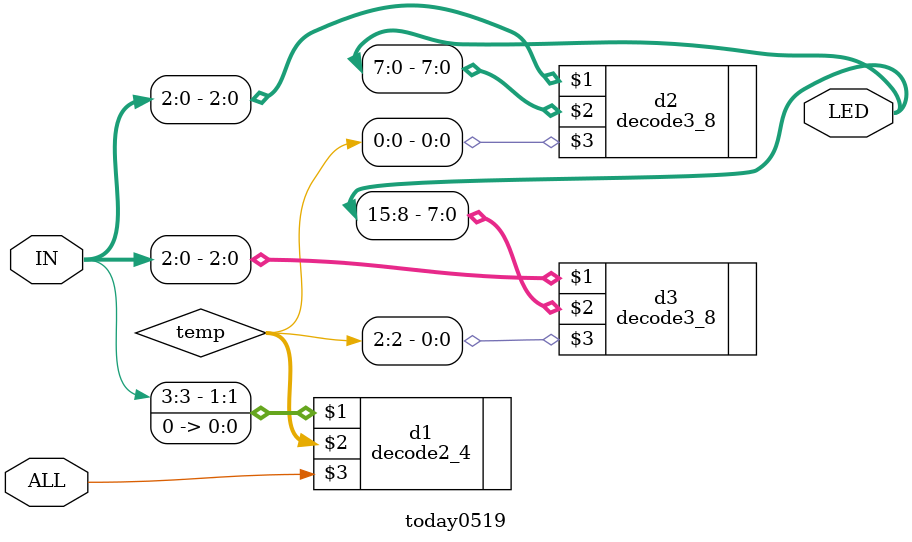
<source format=v>
module today0519(IN, LED, ALL) ;
	input ALL ;
	input [3:0] IN ;
	output [15:0] LED ;
	wire [3:0] temp ;
	
	//temp used: 1 and 0
	decode2_4 d1({IN[3], 1'b0}, temp, ALL) ;
	
	decode3_8 d2(IN[2:0], LED[7:0], temp[0]) ;
	decode3_8 d3(IN[2:0], LED[15:8], temp[2]) ;
endmodule

</source>
